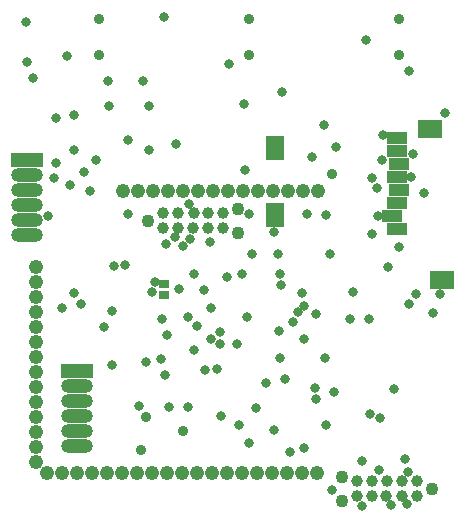
<source format=gbs>
G04 Layer_Color=16711935*
%FSLAX44Y44*%
%MOMM*%
G71*
G01*
G75*
%ADD31C,0.9000*%
%ADD52R,0.8232X0.8032*%
%ADD64R,2.7032X1.2032*%
%ADD65O,2.7032X1.2032*%
%ADD66C,1.2192*%
%ADD67C,1.1032*%
%ADD68C,0.8128*%
%ADD69C,0.9032*%
%ADD70R,1.6032X2.0032*%
%ADD71R,1.6032X2.0032*%
%ADD72R,2.1032X1.6032*%
%ADD73R,1.7032X1.0032*%
%ADD74C,0.9932*%
D31*
X-47850Y-40000D02*
D03*
Y-10000D02*
D03*
X-301850Y-40000D02*
D03*
Y-10000D02*
D03*
X-174850Y-40000D02*
D03*
Y-10000D02*
D03*
D52*
X-246933Y-233971D02*
D03*
Y-243171D02*
D03*
D64*
X-320523Y-308152D02*
D03*
X-362580Y-128825D02*
D03*
D65*
X-320523Y-320852D02*
D03*
Y-333552D02*
D03*
Y-358952D02*
D03*
Y-346252D02*
D03*
Y-371652D02*
D03*
X-362580Y-141525D02*
D03*
Y-154225D02*
D03*
Y-179625D02*
D03*
Y-166925D02*
D03*
Y-192325D02*
D03*
D66*
X-281614Y-155503D02*
D03*
X-268914D02*
D03*
X-256214D02*
D03*
X-243514D02*
D03*
X-230814D02*
D03*
X-218114D02*
D03*
X-205414D02*
D03*
X-116514D02*
D03*
X-129214D02*
D03*
X-141914D02*
D03*
X-154614D02*
D03*
X-167314D02*
D03*
X-180014D02*
D03*
X-192714D02*
D03*
X-256976Y-393755D02*
D03*
X-244276D02*
D03*
X-231576Y-394009D02*
D03*
X-218876D02*
D03*
X-206176D02*
D03*
X-269676Y-393755D02*
D03*
X-282376D02*
D03*
X-295076D02*
D03*
X-307776D02*
D03*
X-320476D02*
D03*
X-333176D02*
D03*
X-345876D02*
D03*
X-117276Y-394009D02*
D03*
X-129976D02*
D03*
X-180776D02*
D03*
X-193476D02*
D03*
X-354766Y-308665D02*
D03*
Y-321365D02*
D03*
Y-334065D02*
D03*
Y-346765D02*
D03*
Y-359465D02*
D03*
Y-372165D02*
D03*
Y-384865D02*
D03*
Y-295965D02*
D03*
Y-283265D02*
D03*
Y-270565D02*
D03*
Y-257865D02*
D03*
Y-245165D02*
D03*
Y-232465D02*
D03*
Y-219765D02*
D03*
X-155376Y-394263D02*
D03*
X-142676Y-394009D02*
D03*
X-168076D02*
D03*
D67*
X-19913Y-407358D02*
D03*
X-96113Y-397198D02*
D03*
Y-417518D02*
D03*
X-183972Y-170462D02*
D03*
Y-190783D02*
D03*
X-260172Y-180623D02*
D03*
D68*
X-322864Y-120667D02*
D03*
X-338439Y-131371D02*
D03*
X-109332Y-175330D02*
D03*
X-121354Y-126703D02*
D03*
X-172517Y-208757D02*
D03*
X-246573Y-8041D02*
D03*
X-363242Y-12126D02*
D03*
X-357663Y-59403D02*
D03*
X-328375Y-41439D02*
D03*
X-177733Y-137613D02*
D03*
X-237251Y-194438D02*
D03*
X-127974Y-372574D02*
D03*
X-174825Y-368746D02*
D03*
X-160606Y-318184D02*
D03*
X-153178Y-357723D02*
D03*
X-198499Y-345641D02*
D03*
X-248920Y-297878D02*
D03*
X-248058Y-263843D02*
D03*
X-230486Y-202120D02*
D03*
X-118364Y-259270D02*
D03*
X-88900Y-263335D02*
D03*
X-117856Y-331152D02*
D03*
X-150114Y-208437D02*
D03*
X-64008Y-347155D02*
D03*
X-211836Y-306768D02*
D03*
X-206756Y-280861D02*
D03*
X-221488Y-225996D02*
D03*
X-153924Y-189928D02*
D03*
X-191262Y-47688D02*
D03*
X-75600Y-27877D02*
D03*
X-259509Y-83503D02*
D03*
X-292961D02*
D03*
X-304038Y-129222D02*
D03*
X-144272Y-314643D02*
D03*
X-64770Y-391604D02*
D03*
X-40640Y-420052D02*
D03*
X-79248Y-421830D02*
D03*
Y-383731D02*
D03*
X-109728Y-353251D02*
D03*
X-102870Y-325564D02*
D03*
X-119126Y-322262D02*
D03*
X-101092Y-117793D02*
D03*
X-259509Y-120412D02*
D03*
X-180340Y-225996D02*
D03*
X-207645Y-198692D02*
D03*
X-146558Y-71311D02*
D03*
X-8636Y-89345D02*
D03*
X-12700Y-242761D02*
D03*
X-33274D02*
D03*
X-56642Y-219393D02*
D03*
X-86868Y-240982D02*
D03*
X-226589Y-261810D02*
D03*
X-225806Y-166306D02*
D03*
X-245364Y-200597D02*
D03*
X-149352Y-274256D02*
D03*
X-137414Y-265875D02*
D03*
X-218694Y-269939D02*
D03*
X-339852Y-144208D02*
D03*
X-337820Y-93443D02*
D03*
X-39624Y-53784D02*
D03*
X-179070Y-81470D02*
D03*
X-130030Y-241744D02*
D03*
X-110885Y-99110D02*
D03*
X-132929Y-257914D02*
D03*
X-62230Y-129222D02*
D03*
X-127762Y-252747D02*
D03*
X-201850Y-306181D02*
D03*
X-226060Y-338265D02*
D03*
X-183388Y-353759D02*
D03*
X-168910Y-339281D02*
D03*
X-72390Y-343853D02*
D03*
X-51816Y-323279D02*
D03*
X-39370Y-250634D02*
D03*
X-70358Y-191961D02*
D03*
X-242316Y-338518D02*
D03*
X-322834Y-241999D02*
D03*
X-322580Y-91376D02*
D03*
X-148590Y-296355D02*
D03*
X-109982D02*
D03*
X-73149Y-263335D02*
D03*
X-220980Y-290005D02*
D03*
X-199152Y-284590D02*
D03*
X-176578Y-262016D02*
D03*
X-233781Y-238188D02*
D03*
X-212986Y-238928D02*
D03*
X-199152Y-274445D02*
D03*
X-128524Y-280352D02*
D03*
X-279589Y-217680D02*
D03*
X-125730Y-175196D02*
D03*
X-148590Y-225742D02*
D03*
X-261874Y-299911D02*
D03*
X-316738Y-251143D02*
D03*
X-244348Y-277256D02*
D03*
X-193527Y-228582D02*
D03*
X-362458Y-46418D02*
D03*
X-224282Y-196024D02*
D03*
X-174498Y-174435D02*
D03*
X-326644Y-150304D02*
D03*
X-309372Y-155639D02*
D03*
X-207264Y-254191D02*
D03*
X-139700Y-376365D02*
D03*
X-297180Y-270700D02*
D03*
X-333248Y-254191D02*
D03*
X-288789Y-219148D02*
D03*
X-105918Y-208724D02*
D03*
X-147320Y-234853D02*
D03*
X-314198Y-139382D02*
D03*
X-277181Y-112018D02*
D03*
X-70612Y-144761D02*
D03*
X-254311Y-232044D02*
D03*
X-19140Y-258344D02*
D03*
X-291084Y-256985D02*
D03*
Y-302451D02*
D03*
X-245472Y-310996D02*
D03*
X-267910Y-337309D02*
D03*
X-344932Y-176467D02*
D03*
X-264693Y-61912D02*
D03*
X-294132D02*
D03*
X-236474Y-115807D02*
D03*
X-26924Y-157416D02*
D03*
X-256746Y-240728D02*
D03*
X-47681Y-202374D02*
D03*
X-66294Y-152591D02*
D03*
X-42926Y-382206D02*
D03*
X-65532Y-176569D02*
D03*
X-60960Y-108140D02*
D03*
X-36065Y-124145D02*
D03*
X-37216Y-143569D02*
D03*
X-54356Y-421576D02*
D03*
X-104140Y-408115D02*
D03*
X-39878Y-393382D02*
D03*
X-184769Y-284606D02*
D03*
X-276985Y-175176D02*
D03*
D69*
X-104405Y-140948D02*
D03*
X-265979Y-374645D02*
D03*
X-230894Y-358622D02*
D03*
X-261579Y-347081D02*
D03*
D70*
X-152557Y-175669D02*
D03*
D71*
Y-118669D02*
D03*
D72*
X-21057Y-102669D02*
D03*
X-11057Y-230669D02*
D03*
D73*
X-49557Y-110569D02*
D03*
Y-121569D02*
D03*
X-47557Y-132569D02*
D03*
X-49557Y-143569D02*
D03*
X-47557Y-154569D02*
D03*
X-49557Y-165569D02*
D03*
X-53557Y-176569D02*
D03*
X-49557Y-187569D02*
D03*
D74*
X-83413Y-401008D02*
D03*
X-70713D02*
D03*
X-83413Y-413708D02*
D03*
X-70713D02*
D03*
X-32613D02*
D03*
Y-401008D02*
D03*
X-45313Y-413708D02*
D03*
Y-401008D02*
D03*
X-58813Y-413708D02*
D03*
X-58013Y-401008D02*
D03*
X-222072Y-186973D02*
D03*
X-221272Y-174272D02*
D03*
X-234772Y-186973D02*
D03*
Y-174272D02*
D03*
X-247472Y-186973D02*
D03*
Y-174272D02*
D03*
X-209372D02*
D03*
X-196672D02*
D03*
X-209372Y-186973D02*
D03*
X-196672D02*
D03*
M02*

</source>
